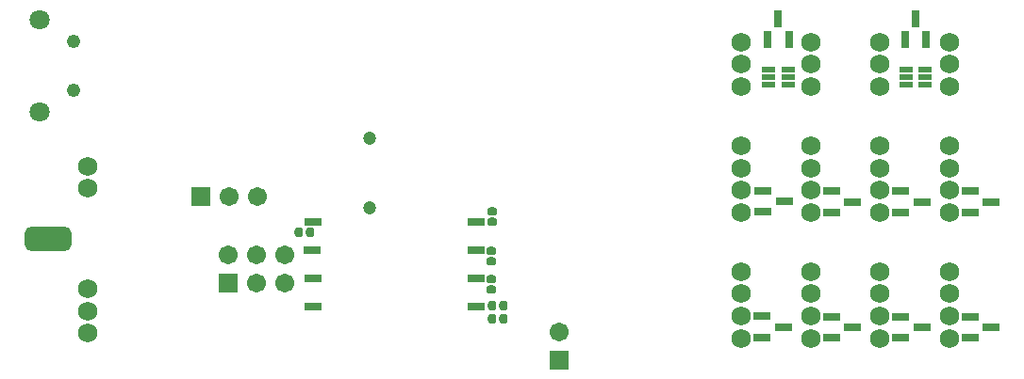
<source format=gbs>
G04 Layer_Color=16711935*
%FSLAX25Y25*%
%MOIN*%
G70*
G01*
G75*
G04:AMPARAMS|DCode=70|XSize=30mil|YSize=32mil|CornerRadius=8.4mil|HoleSize=0mil|Usage=FLASHONLY|Rotation=90.000|XOffset=0mil|YOffset=0mil|HoleType=Round|Shape=RoundedRectangle|*
%AMROUNDEDRECTD70*
21,1,0.03000,0.01520,0,0,90.0*
21,1,0.01320,0.03200,0,0,90.0*
1,1,0.01680,0.00760,0.00660*
1,1,0.01680,0.00760,-0.00660*
1,1,0.01680,-0.00760,-0.00660*
1,1,0.01680,-0.00760,0.00660*
%
%ADD70ROUNDEDRECTD70*%
G04:AMPARAMS|DCode=72|XSize=30mil|YSize=32mil|CornerRadius=8.4mil|HoleSize=0mil|Usage=FLASHONLY|Rotation=0.000|XOffset=0mil|YOffset=0mil|HoleType=Round|Shape=RoundedRectangle|*
%AMROUNDEDRECTD72*
21,1,0.03000,0.01520,0,0,0.0*
21,1,0.01320,0.03200,0,0,0.0*
1,1,0.01680,0.00660,-0.00760*
1,1,0.01680,-0.00660,-0.00760*
1,1,0.01680,-0.00660,0.00760*
1,1,0.01680,0.00660,0.00760*
%
%ADD72ROUNDEDRECTD72*%
G04:AMPARAMS|DCode=91|XSize=86.74mil|YSize=165.48mil|CornerRadius=23.69mil|HoleSize=0mil|Usage=FLASHONLY|Rotation=90.000|XOffset=0mil|YOffset=0mil|HoleType=Round|Shape=RoundedRectangle|*
%AMROUNDEDRECTD91*
21,1,0.08674,0.11811,0,0,90.0*
21,1,0.03937,0.16548,0,0,90.0*
1,1,0.04737,0.05906,0.01969*
1,1,0.04737,0.05906,-0.01969*
1,1,0.04737,-0.05906,-0.01969*
1,1,0.04737,-0.05906,0.01969*
%
%ADD91ROUNDEDRECTD91*%
%ADD94C,0.06706*%
%ADD95R,0.06706X0.06706*%
%ADD96R,0.06706X0.06706*%
%ADD97C,0.04737*%
%ADD98C,0.06800*%
%ADD99C,0.07099*%
%ADD100C,0.04900*%
%ADD101R,0.04540X0.02178*%
%ADD102R,0.06312X0.03162*%
%ADD103R,0.03162X0.06312*%
D70*
X168000Y45390D02*
D03*
Y41600D02*
D03*
X168500Y55610D02*
D03*
Y59400D02*
D03*
X168000Y35390D02*
D03*
Y31600D02*
D03*
D72*
X100130Y52000D02*
D03*
X103900D02*
D03*
X168510Y25903D02*
D03*
X172300D02*
D03*
X172270Y21403D02*
D03*
X168500D02*
D03*
D91*
X11500Y49500D02*
D03*
D94*
X85500Y64500D02*
D03*
X75500D02*
D03*
X95000Y44000D02*
D03*
Y34000D02*
D03*
X85000Y44000D02*
D03*
Y34000D02*
D03*
X75000Y44000D02*
D03*
X192000Y16500D02*
D03*
D95*
X65500Y64500D02*
D03*
X75000Y34000D02*
D03*
D96*
X192000Y6500D02*
D03*
D97*
X125016Y60736D02*
D03*
Y85146D02*
D03*
D98*
X330000Y82592D02*
D03*
Y58970D02*
D03*
Y74718D02*
D03*
Y66844D02*
D03*
X281000Y82592D02*
D03*
Y58970D02*
D03*
Y74718D02*
D03*
Y66844D02*
D03*
X256500Y38045D02*
D03*
Y14423D02*
D03*
Y30171D02*
D03*
Y22297D02*
D03*
X330000Y38045D02*
D03*
Y14423D02*
D03*
Y30171D02*
D03*
Y22297D02*
D03*
X281000Y38045D02*
D03*
Y14423D02*
D03*
Y30171D02*
D03*
Y22297D02*
D03*
X305500Y38045D02*
D03*
Y14423D02*
D03*
Y30171D02*
D03*
Y22297D02*
D03*
X25500Y75437D02*
D03*
Y67563D02*
D03*
Y31874D02*
D03*
Y24000D02*
D03*
Y16126D02*
D03*
X305500Y82592D02*
D03*
Y58970D02*
D03*
Y74718D02*
D03*
Y66844D02*
D03*
X256500Y82592D02*
D03*
Y58970D02*
D03*
Y74718D02*
D03*
Y66844D02*
D03*
X330000Y119374D02*
D03*
Y111500D02*
D03*
Y103626D02*
D03*
X256500D02*
D03*
Y111500D02*
D03*
Y119374D02*
D03*
X281000Y103626D02*
D03*
Y111500D02*
D03*
Y119374D02*
D03*
X305500Y103626D02*
D03*
Y111500D02*
D03*
Y119374D02*
D03*
D99*
X8468Y94563D02*
D03*
Y127437D02*
D03*
D100*
X20378Y119760D02*
D03*
Y102240D02*
D03*
D101*
X272945Y104441D02*
D03*
Y107000D02*
D03*
Y109559D02*
D03*
X266055D02*
D03*
Y107000D02*
D03*
Y104441D02*
D03*
X321445D02*
D03*
Y107000D02*
D03*
Y109559D02*
D03*
X314555D02*
D03*
Y107000D02*
D03*
Y104441D02*
D03*
D102*
X263760Y22163D02*
D03*
Y14682D02*
D03*
X271240Y18422D02*
D03*
X288349Y21974D02*
D03*
Y14493D02*
D03*
X295829Y18234D02*
D03*
X264060Y66611D02*
D03*
Y59130D02*
D03*
X271540Y62871D02*
D03*
X312760Y66474D02*
D03*
Y58993D02*
D03*
X320240Y62734D02*
D03*
X288260Y66474D02*
D03*
Y58993D02*
D03*
X295740Y62734D02*
D03*
X337260Y66474D02*
D03*
Y58993D02*
D03*
X344740Y62734D02*
D03*
X337260Y21974D02*
D03*
Y14493D02*
D03*
X344740Y18234D02*
D03*
X312760Y21974D02*
D03*
Y14493D02*
D03*
X320240Y18234D02*
D03*
X105100Y25700D02*
D03*
X105200Y35700D02*
D03*
X104800Y45700D02*
D03*
X105200Y55700D02*
D03*
X162700D02*
D03*
Y45700D02*
D03*
Y35700D02*
D03*
Y25700D02*
D03*
D103*
X314260Y120260D02*
D03*
X321740D02*
D03*
X318000Y127740D02*
D03*
X265760Y120260D02*
D03*
X273240D02*
D03*
X269500Y127740D02*
D03*
M02*

</source>
